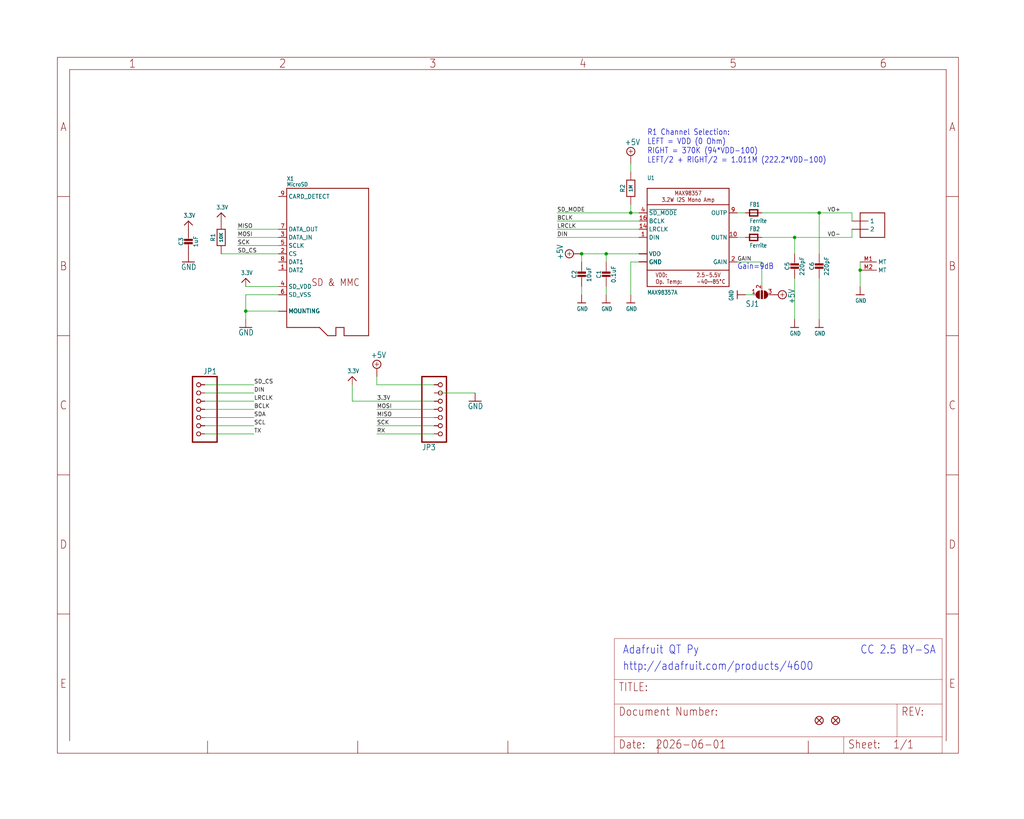
<source format=kicad_sch>
(kicad_sch (version 20230121) (generator eeschema)
  (paper "User" 317.5 254.127)
  (lib_symbols
    (symbol "working-eagle-import:+5V" (power)
      (property "Value" "+5V" (at -1.905 3.175 0))
      (symbol "+5V_1_0"
        (polyline (pts (xy -0.635 1.27) (xy 0.635 1.27)) (stroke (width 0.1524)))
        (polyline (pts (xy 0 0.635) (xy 0 1.905)) (stroke (width 0.1524)))
        (circle (center 0 1.27) (radius 1.27) (stroke (width 0.254)))
        (pin power_in line (at 0 -2.54 90) (length 2.54) (name "+5V") (number "1"))
      )
    )
    (symbol "working-eagle-import:3.3V" (power)
      (property "Value" "3.3V" (at -1.524 1.016 0))
      (symbol "3.3V_1_0"
        (polyline (pts (xy -1.27 -1.27) (xy 0 0)) (stroke (width 0.254)))
        (polyline (pts (xy 0 0) (xy 1.27 -1.27)) (stroke (width 0.254)))
        (pin power_in line (at 0 -2.54 90) (length 2.54) (name "3.3V") (number "1"))
      )
    )
    (symbol "working-eagle-import:AUDIOAMP_MAX98357"
      (property "Reference" "U" (at -12.7 17.78 0))
      (symbol "AUDIOAMP_MAX98357_1_0"
        (polyline (pts (xy -12.7 -15.24) (xy 12.7 -15.24)) (stroke (width 0.254)))
        (polyline (pts (xy -12.7 -10.16) (xy -12.7 -15.24)) (stroke (width 0.254)))
        (polyline (pts (xy -12.7 -10.16) (xy -12.7 10.16)) (stroke (width 0.254)))
        (polyline (pts (xy -12.7 10.16) (xy -12.7 15.24)) (stroke (width 0.254)))
        (polyline (pts (xy -12.7 10.16) (xy 12.7 10.16)) (stroke (width 0.254)))
        (polyline (pts (xy -12.7 15.24) (xy 12.7 15.24)) (stroke (width 0.254)))
        (polyline (pts (xy 12.7 -15.24) (xy 12.7 -10.16)) (stroke (width 0.254)))
        (polyline (pts (xy 12.7 -10.16) (xy -12.7 -10.16)) (stroke (width 0.254)))
        (polyline (pts (xy 12.7 10.16) (xy 12.7 -10.16)) (stroke (width 0.254)))
        (polyline (pts (xy 12.7 15.24) (xy 12.7 10.16)) (stroke (width 0.254)))
        (text "2.5-5.5V\n-40~~85°C" (at 2.54 -12.7 0) (effects (font (size 1.27 1.0795)) (justify left)))
        (text "MAX98357\n3.2W I2S Mono Amp" (at 0 12.7 0) (effects (font (size 1.27 1.0795))))
        (text "VDD:\nOp. Temp:" (at -10.16 -12.7 0) (effects (font (size 1.27 1.0795)) (justify left)))
        (pin bidirectional line (at -15.24 0 0) (length 2.54) (name "DIN") (number "1"))
        (pin output line (at 15.24 0 180) (length 2.54) (name "OUTN") (number "10"))
        (pin power_in line (at -15.24 -7.62 0) (length 2.54) (name "GND") (number "11"))
        (pin bidirectional line (at -15.24 2.54 0) (length 2.54) (name "LRCLK") (number "14"))
        (pin power_in line (at -15.24 -7.62 0) (length 2.54) (name "GND") (number "15"))
        (pin bidirectional line (at -15.24 5.08 0) (length 2.54) (name "BCLK") (number "16"))
        (pin bidirectional line (at 15.24 -7.62 180) (length 2.54) (name "GAIN") (number "2"))
        (pin power_in line (at -15.24 -7.62 0) (length 2.54) (name "GND") (number "3"))
        (pin bidirectional line (at -15.24 7.62 0) (length 2.54) (name "~{SD_MODE}") (number "4"))
        (pin power_in line (at -15.24 -5.08 0) (length 2.54) (name "VDD") (number "7"))
        (pin power_in line (at -15.24 -5.08 0) (length 2.54) (name "VDD") (number "8"))
        (pin output line (at 15.24 7.62 180) (length 2.54) (name "OUTP") (number "9"))
        (pin power_in line (at -15.24 -7.62 0) (length 2.54) (name "GND") (number "THERMAL"))
      )
    )
    (symbol "working-eagle-import:CAP_CERAMIC0805-NOOUTLINE"
      (property "Reference" "C" (at -2.29 1.25 90))
      (symbol "CAP_CERAMIC0805-NOOUTLINE_1_0"
        (rectangle (start -1.27 0.508) (end 1.27 1.016) (fill (type outline)))
        (rectangle (start -1.27 1.524) (end 1.27 2.032) (fill (type outline)))
        (polyline (pts (xy 0 0.762) (xy 0 0)) (stroke (width 0.1524)))
        (polyline (pts (xy 0 2.54) (xy 0 1.778)) (stroke (width 0.1524)))
        (pin passive line (at 0 5.08 270) (length 2.54) (name "1") (number "1"))
        (pin passive line (at 0 -2.54 90) (length 2.54) (name "2") (number "2"))
      )
    )
    (symbol "working-eagle-import:CAP_CERAMIC_0402NO"
      (property "Reference" "C" (at -2.29 1.25 90))
      (symbol "CAP_CERAMIC_0402NO_1_0"
        (rectangle (start -1.27 0.508) (end 1.27 1.016) (fill (type outline)))
        (rectangle (start -1.27 1.524) (end 1.27 2.032) (fill (type outline)))
        (polyline (pts (xy 0 0.762) (xy 0 0)) (stroke (width 0.1524)))
        (polyline (pts (xy 0 2.54) (xy 0 1.778)) (stroke (width 0.1524)))
        (pin passive line (at 0 5.08 270) (length 2.54) (name "1") (number "1"))
        (pin passive line (at 0 -2.54 90) (length 2.54) (name "2") (number "2"))
      )
    )
    (symbol "working-eagle-import:CON_MOLEX_2P"
      (symbol "CON_MOLEX_2P_1_0"
        (polyline (pts (xy -2.54 -2.54) (xy 5.08 -2.54)) (stroke (width 0.254)))
        (polyline (pts (xy -2.54 5.08) (xy -2.54 -2.54)) (stroke (width 0.254)))
        (polyline (pts (xy 5.08 -2.54) (xy 5.08 5.08)) (stroke (width 0.254)))
        (polyline (pts (xy 5.08 5.08) (xy -2.54 5.08)) (stroke (width 0.254)))
        (pin passive line (at -5.08 2.54 0) (length 5.08) (name "1") (number "1"))
        (pin passive line (at -5.08 0 0) (length 5.08) (name "2") (number "2"))
      )
      (symbol "CON_MOLEX_2P_2_0"
        (pin bidirectional line (at 0 0 0) (length 5.08) (name "MT") (number "M1"))
      )
      (symbol "CON_MOLEX_2P_3_0"
        (pin bidirectional line (at 0 0 0) (length 5.08) (name "MT") (number "M2"))
      )
    )
    (symbol "working-eagle-import:FERRITE_0402"
      (property "Reference" "FB" (at -1.27 1.905 0))
      (symbol "FERRITE_0402_1_0"
        (polyline (pts (xy -1.27 -0.9525) (xy -1.27 0.9525)) (stroke (width 0.4064)))
        (polyline (pts (xy -1.27 0.9525) (xy 1.27 0.9525)) (stroke (width 0.4064)))
        (polyline (pts (xy 1.27 -0.9525) (xy -1.27 -0.9525)) (stroke (width 0.4064)))
        (polyline (pts (xy 1.27 0.9525) (xy 1.27 -0.9525)) (stroke (width 0.4064)))
        (pin passive line (at -2.54 0 0) (length 2.54) (name "P$1") (number "1"))
        (pin passive line (at 2.54 0 180) (length 2.54) (name "P$2") (number "2"))
      )
    )
    (symbol "working-eagle-import:FIDUCIAL_1MM"
      (symbol "FIDUCIAL_1MM_1_0"
        (polyline (pts (xy -0.762 0.762) (xy 0.762 -0.762)) (stroke (width 0.254)))
        (polyline (pts (xy 0.762 0.762) (xy -0.762 -0.762)) (stroke (width 0.254)))
        (circle (center 0 0) (radius 1.27) (stroke (width 0.254)))
      )
    )
    (symbol "working-eagle-import:FRAME_A_L"
      (symbol "FRAME_A_L_1_0"
        (polyline (pts (xy 0 43.18) (xy 3.81 43.18)))
        (polyline (pts (xy 0 86.36) (xy 3.81 86.36)))
        (polyline (pts (xy 0 129.54) (xy 3.81 129.54)))
        (polyline (pts (xy 0 172.72) (xy 3.81 172.72)))
        (polyline (pts (xy 3.81 3.81) (xy 3.81 212.09)))
        (polyline (pts (xy 46.5667 0) (xy 46.5667 3.81)))
        (polyline (pts (xy 93.1333 0) (xy 93.1333 3.81)))
        (polyline (pts (xy 139.7 0) (xy 139.7 3.81)))
        (polyline (pts (xy 186.2667 0) (xy 186.2667 3.81)))
        (polyline (pts (xy 232.8333 0) (xy 232.8333 3.81)))
        (polyline (pts (xy 275.59 3.81) (xy 275.59 212.09)))
        (polyline (pts (xy 275.59 43.18) (xy 279.4 43.18)))
        (polyline (pts (xy 275.59 86.36) (xy 279.4 86.36)))
        (polyline (pts (xy 275.59 129.54) (xy 279.4 129.54)))
        (polyline (pts (xy 275.59 172.72) (xy 279.4 172.72)))
        (polyline (pts (xy 275.59 212.09) (xy 3.81 212.09)))
        (polyline (pts (xy 0 0) (xy 279.4 0) (xy 279.4 215.9) (xy 0 215.9) (xy 0 0)))
        (text "1" (at 23.2833 213.995 0) (effects (font (size 2.54 2.286))))
        (text "2" (at 69.85 213.995 0) (effects (font (size 2.54 2.286))))
        (text "3" (at 116.4167 213.995 0) (effects (font (size 2.54 2.286))))
        (text "4" (at 162.9833 213.995 0) (effects (font (size 2.54 2.286))))
        (text "5" (at 209.55 213.995 0) (effects (font (size 2.54 2.286))))
        (text "6" (at 256.1167 213.995 0) (effects (font (size 2.54 2.286))))
        (text "A" (at 1.905 194.31 0) (effects (font (size 2.54 2.286))))
        (text "A" (at 277.495 194.31 0) (effects (font (size 2.54 2.286))))
        (text "B" (at 1.905 151.13 0) (effects (font (size 2.54 2.286))))
        (text "B" (at 277.495 151.13 0) (effects (font (size 2.54 2.286))))
        (text "C" (at 1.905 107.95 0) (effects (font (size 2.54 2.286))))
        (text "C" (at 277.495 107.95 0) (effects (font (size 2.54 2.286))))
        (text "D" (at 1.905 64.77 0) (effects (font (size 2.54 2.286))))
        (text "D" (at 277.495 64.77 0) (effects (font (size 2.54 2.286))))
        (text "E" (at 1.905 21.59 0) (effects (font (size 2.54 2.286))))
        (text "E" (at 277.495 21.59 0) (effects (font (size 2.54 2.286))))
      )
      (symbol "FRAME_A_L_2_0"
        (polyline (pts (xy 0 0) (xy 0 5.08)) (stroke (width 0.1016)))
        (polyline (pts (xy 0 0) (xy 71.12 0)) (stroke (width 0.1016)))
        (polyline (pts (xy 0 5.08) (xy 0 15.24)) (stroke (width 0.1016)))
        (polyline (pts (xy 0 5.08) (xy 71.12 5.08)) (stroke (width 0.1016)))
        (polyline (pts (xy 0 15.24) (xy 0 22.86)) (stroke (width 0.1016)))
        (polyline (pts (xy 0 22.86) (xy 0 35.56)) (stroke (width 0.1016)))
        (polyline (pts (xy 0 22.86) (xy 101.6 22.86)) (stroke (width 0.1016)))
        (polyline (pts (xy 71.12 0) (xy 101.6 0)) (stroke (width 0.1016)))
        (polyline (pts (xy 71.12 5.08) (xy 71.12 0)) (stroke (width 0.1016)))
        (polyline (pts (xy 71.12 5.08) (xy 87.63 5.08)) (stroke (width 0.1016)))
        (polyline (pts (xy 87.63 5.08) (xy 101.6 5.08)) (stroke (width 0.1016)))
        (polyline (pts (xy 87.63 15.24) (xy 0 15.24)) (stroke (width 0.1016)))
        (polyline (pts (xy 87.63 15.24) (xy 87.63 5.08)) (stroke (width 0.1016)))
        (polyline (pts (xy 101.6 5.08) (xy 101.6 0)) (stroke (width 0.1016)))
        (polyline (pts (xy 101.6 15.24) (xy 87.63 15.24)) (stroke (width 0.1016)))
        (polyline (pts (xy 101.6 15.24) (xy 101.6 5.08)) (stroke (width 0.1016)))
        (polyline (pts (xy 101.6 22.86) (xy 101.6 15.24)) (stroke (width 0.1016)))
        (polyline (pts (xy 101.6 35.56) (xy 0 35.56)) (stroke (width 0.1016)))
        (polyline (pts (xy 101.6 35.56) (xy 101.6 22.86)) (stroke (width 0.1016)))
        (text "${#}/${##}" (at 86.36 1.27 0) (effects (font (size 2.54 2.159)) (justify left bottom)))
        (text "${CURRENT_DATE}" (at 12.7 1.27 0) (effects (font (size 2.54 2.159)) (justify left bottom)))
        (text "${PROJECTNAME}" (at 17.78 19.05 0) (effects (font (size 2.54 2.159)) (justify left bottom)))
        (text "Date:" (at 1.27 1.27 0) (effects (font (size 2.54 2.159)) (justify left bottom)))
        (text "Document Number:" (at 1.27 11.43 0) (effects (font (size 2.54 2.159)) (justify left bottom)))
        (text "REV:" (at 88.9 11.43 0) (effects (font (size 2.54 2.159)) (justify left bottom)))
        (text "Sheet:" (at 72.39 1.27 0) (effects (font (size 2.54 2.159)) (justify left bottom)))
        (text "TITLE:" (at 1.27 19.05 0) (effects (font (size 2.54 2.159)) (justify left bottom)))
      )
    )
    (symbol "working-eagle-import:GND" (power)
      (property "Value" "GND" (at -2.54 -2.54 0))
      (symbol "GND_1_0"
        (polyline (pts (xy -1.905 0) (xy 1.905 0)) (stroke (width 0.254)))
        (pin power_in line (at 0 2.54 270) (length 2.54) (name "GND") (number "1"))
      )
    )
    (symbol "working-eagle-import:HEADER-1X7_CASTEL"
      (property "Reference" "JP" (at -6.35 10.795 0))
      (symbol "HEADER-1X7_CASTEL_1_0"
        (polyline (pts (xy -6.35 -10.16) (xy 1.27 -10.16)) (stroke (width 0.4064)))
        (polyline (pts (xy -6.35 10.16) (xy -6.35 -10.16)) (stroke (width 0.4064)))
        (polyline (pts (xy 1.27 -10.16) (xy 1.27 10.16)) (stroke (width 0.4064)))
        (polyline (pts (xy 1.27 10.16) (xy -6.35 10.16)) (stroke (width 0.4064)))
        (pin passive inverted (at -2.54 7.62 0) (length 2.54) (name "1") (number "1"))
        (pin passive inverted (at -2.54 7.62 0) (length 2.54) (name "1") (number "1C"))
        (pin passive inverted (at -2.54 5.08 0) (length 2.54) (name "2") (number "2"))
        (pin passive inverted (at -2.54 5.08 0) (length 2.54) (name "2") (number "2C"))
        (pin passive inverted (at -2.54 2.54 0) (length 2.54) (name "3") (number "3"))
        (pin passive inverted (at -2.54 2.54 0) (length 2.54) (name "3") (number "3C"))
        (pin passive inverted (at -2.54 0 0) (length 2.54) (name "4") (number "4"))
        (pin passive inverted (at -2.54 0 0) (length 2.54) (name "4") (number "4C"))
        (pin passive inverted (at -2.54 -2.54 0) (length 2.54) (name "5") (number "5"))
        (pin passive inverted (at -2.54 -2.54 0) (length 2.54) (name "5") (number "5C"))
        (pin passive inverted (at -2.54 -5.08 0) (length 2.54) (name "6") (number "6"))
        (pin passive inverted (at -2.54 -5.08 0) (length 2.54) (name "6") (number "6C"))
        (pin passive inverted (at -2.54 -7.62 0) (length 2.54) (name "7") (number "7"))
        (pin passive inverted (at -2.54 -7.62 0) (length 2.54) (name "7") (number "7C"))
      )
    )
    (symbol "working-eagle-import:MICROSD104031-0811"
      (property "Reference" "X" (at -12.7 22.606 0))
      (symbol "MICROSD104031-0811_1_0"
        (polyline (pts (xy -12.7 -22.86) (xy -2.54 -22.86)) (stroke (width 0.254)))
        (polyline (pts (xy -12.7 20.32) (xy -12.7 -22.86)) (stroke (width 0.254)))
        (polyline (pts (xy -2.54 -22.86) (xy 0 -25.4)) (stroke (width 0.254)))
        (polyline (pts (xy 0 -25.4) (xy 2.54 -25.4)) (stroke (width 0.254)))
        (polyline (pts (xy 2.54 -25.4) (xy 2.54 -22.86)) (stroke (width 0.254)))
        (polyline (pts (xy 2.54 -22.86) (xy 5.08 -22.86)) (stroke (width 0.254)))
        (polyline (pts (xy 5.08 -25.4) (xy 12.7 -25.4)) (stroke (width 0.254)))
        (polyline (pts (xy 5.08 -22.86) (xy 5.08 -25.4)) (stroke (width 0.254)))
        (polyline (pts (xy 12.7 -25.4) (xy 12.7 20.32)) (stroke (width 0.254)))
        (polyline (pts (xy 12.7 20.32) (xy -12.7 20.32)) (stroke (width 0.254)))
        (text "SD & MMC" (at -5.08 -10.16 0) (effects (font (size 2.1844 1.8567)) (justify left bottom)))
        (pin bidirectional line (at -15.24 -5.08 0) (length 2.54) (name "DAT2") (number "1"))
        (pin passive line (at -15.24 -17.78 0) (length 2.54) (name "MOUNTING") (number "10"))
        (pin input line (at -15.24 0 0) (length 2.54) (name "CS") (number "2"))
        (pin input line (at -15.24 5.08 0) (length 2.54) (name "DATA_IN") (number "3"))
        (pin power_in line (at -15.24 -10.16 0) (length 2.54) (name "SD_VDD") (number "4"))
        (pin input line (at -15.24 2.54 0) (length 2.54) (name "SCLK") (number "5"))
        (pin power_in line (at -15.24 -12.7 0) (length 2.54) (name "SD_VSS") (number "6"))
        (pin output line (at -15.24 7.62 0) (length 2.54) (name "DATA_OUT") (number "7"))
        (pin bidirectional line (at -15.24 -2.54 0) (length 2.54) (name "DAT1") (number "8"))
        (pin passive line (at -15.24 17.78 0) (length 2.54) (name "CARD_DETECT") (number "9"))
        (pin passive line (at -15.24 -17.78 0) (length 2.54) (name "MOUNTING") (number "G1"))
        (pin passive line (at -15.24 -17.78 0) (length 2.54) (name "MOUNTING") (number "G2"))
        (pin passive line (at -15.24 -17.78 0) (length 2.54) (name "MOUNTING") (number "G3"))
        (pin passive line (at -15.24 -17.78 0) (length 2.54) (name "MOUNTING") (number "G4"))
      )
    )
    (symbol "working-eagle-import:RESISTOR_0402NO"
      (property "Reference" "R" (at 0 2.54 0))
      (symbol "RESISTOR_0402NO_1_0"
        (polyline (pts (xy -2.54 -1.27) (xy -2.54 1.27)) (stroke (width 0.254)))
        (polyline (pts (xy -2.54 1.27) (xy 2.54 1.27)) (stroke (width 0.254)))
        (polyline (pts (xy 2.54 -1.27) (xy -2.54 -1.27)) (stroke (width 0.254)))
        (polyline (pts (xy 2.54 1.27) (xy 2.54 -1.27)) (stroke (width 0.254)))
        (pin passive line (at -5.08 0 0) (length 2.54) (name "1") (number "1"))
        (pin passive line (at 5.08 0 180) (length 2.54) (name "2") (number "2"))
      )
    )
    (symbol "working-eagle-import:SOLDERJUMPER_2WAY"
      (property "Reference" "SJ" (at -5.08 -3.81 0))
      (symbol "SOLDERJUMPER_2WAY_1_0"
        (arc (start -0.635 1.27) (mid -1.8995 0) (end -0.635 -1.27) (stroke (width 0.0001)) (fill (type outline)))
        (rectangle (start -0.254 -1.27) (end 0.254 1.27) (fill (type outline)))
        (polyline (pts (xy -2.54 0) (xy -1.651 0)) (stroke (width 0.1524)))
        (polyline (pts (xy 0 2.54) (xy 0 0.381)) (stroke (width 0.1524)))
        (polyline (pts (xy 2.54 0) (xy 1.651 0)) (stroke (width 0.1524)))
        (arc (start 0.635 -1.27) (mid 1.8995 0) (end 0.635 1.27) (stroke (width 0.0001)) (fill (type outline)))
        (pin passive line (at -2.54 0 0) (length 0) (name "1") (number "1"))
        (pin passive line (at 0 2.54 270) (length 0) (name "2") (number "2"))
        (pin passive line (at 2.54 0 180) (length 0) (name "3") (number "3"))
      )
    )
    (symbol "working-eagle-import:microbuilder_GND" (power)
      (property "Value" "microbuilder_GND" (at -1.524 -2.54 0))
      (symbol "microbuilder_GND_1_0"
        (polyline (pts (xy -1.27 0) (xy 1.27 0)) (stroke (width 0.254)))
        (pin power_in line (at 0 2.54 270) (length 2.54) (name "GND") (number "1"))
      )
    )
  )
  (junction (at 254 66.04))
  (junction (at 246.38 73.66))
  (junction (at 266.7 83.82))
  (junction (at 187.96 78.74))
  (junction (at 195.58 66.04))
  (junction (at 76.2 96.52))
  (junction (at 180.34 78.74))
  (wire (pts (xy 86.36 71.12) (xy 73.66 71.12)) (stroke (width 0.1524)))
  (wire (pts (xy 228.6 66.04) (xy 231.14 66.04)) (stroke (width 0.1524)))
  (wire (pts (xy 198.12 73.66) (xy 172.72 73.66)) (stroke (width 0.1524)))
  (wire (pts (xy 198.12 68.58) (xy 172.72 68.58)) (stroke (width 0.1524)))
  (wire (pts (xy 180.34 81.28) (xy 180.34 78.74)) (stroke (width 0.1524)))
  (wire (pts (xy 198.12 71.12) (xy 172.72 71.12)) (stroke (width 0.1524)))
  (wire (pts (xy 116.84 127) (xy 134.62 127)) (stroke (width 0.1524)))
  (wire (pts (xy 266.7 83.82) (xy 266.7 88.9)) (stroke (width 0.1524)))
  (wire (pts (xy 264.16 66.04) (xy 264.16 68.58)) (stroke (width 0.1524)))
  (wire (pts (xy 116.84 132.08) (xy 134.62 132.08)) (stroke (width 0.1524)))
  (wire (pts (xy 63.5 132.08) (xy 78.74 132.08)) (stroke (width 0.1524)))
  (wire (pts (xy 86.36 88.9) (xy 76.2 88.9)) (stroke (width 0.1524)))
  (wire (pts (xy 86.36 76.2) (xy 73.66 76.2)) (stroke (width 0.1524)))
  (wire (pts (xy 63.5 127) (xy 78.74 127)) (stroke (width 0.1524)))
  (wire (pts (xy 109.22 124.46) (xy 109.22 119.38)) (stroke (width 0.1524)))
  (wire (pts (xy 254 66.04) (xy 264.16 66.04)) (stroke (width 0.1524)))
  (wire (pts (xy 76.2 96.52) (xy 86.36 96.52)) (stroke (width 0.1524)))
  (wire (pts (xy 246.38 73.66) (xy 246.38 78.74)) (stroke (width 0.1524)))
  (wire (pts (xy 228.6 73.66) (xy 231.14 73.66)) (stroke (width 0.1524)))
  (wire (pts (xy 246.38 73.66) (xy 264.16 73.66)) (stroke (width 0.1524)))
  (wire (pts (xy 134.62 119.38) (xy 116.84 119.38)) (stroke (width 0.1524)))
  (wire (pts (xy 236.22 73.66) (xy 246.38 73.66)) (stroke (width 0.1524)))
  (wire (pts (xy 63.5 119.38) (xy 78.74 119.38)) (stroke (width 0.1524)))
  (wire (pts (xy 195.58 53.34) (xy 195.58 50.8)) (stroke (width 0.1524)))
  (wire (pts (xy 195.58 66.04) (xy 195.58 63.5)) (stroke (width 0.1524)))
  (wire (pts (xy 134.62 134.62) (xy 116.84 134.62)) (stroke (width 0.1524)))
  (wire (pts (xy 76.2 91.44) (xy 76.2 96.52)) (stroke (width 0.1524)))
  (wire (pts (xy 78.74 124.46) (xy 63.5 124.46)) (stroke (width 0.1524)))
  (wire (pts (xy 198.12 66.04) (xy 195.58 66.04)) (stroke (width 0.1524)))
  (wire (pts (xy 195.58 81.28) (xy 195.58 91.44)) (stroke (width 0.1524)))
  (wire (pts (xy 78.74 129.54) (xy 63.5 129.54)) (stroke (width 0.1524)))
  (wire (pts (xy 266.7 81.28) (xy 266.7 83.82)) (stroke (width 0.1524)))
  (wire (pts (xy 187.96 88.9) (xy 187.96 91.44)) (stroke (width 0.1524)))
  (wire (pts (xy 134.62 124.46) (xy 109.22 124.46)) (stroke (width 0.1524)))
  (wire (pts (xy 76.2 96.52) (xy 76.2 99.06)) (stroke (width 0.1524)))
  (wire (pts (xy 246.38 86.36) (xy 246.38 99.06)) (stroke (width 0.1524)))
  (wire (pts (xy 236.22 81.28) (xy 236.22 88.9)) (stroke (width 0.1524)))
  (wire (pts (xy 264.16 73.66) (xy 264.16 71.12)) (stroke (width 0.1524)))
  (wire (pts (xy 228.6 81.28) (xy 236.22 81.28)) (stroke (width 0.1524)))
  (wire (pts (xy 231.14 91.44) (xy 233.68 91.44)) (stroke (width 0.1524)))
  (wire (pts (xy 63.5 121.92) (xy 78.74 121.92)) (stroke (width 0.1524)))
  (wire (pts (xy 254 66.04) (xy 254 78.74)) (stroke (width 0.1524)))
  (wire (pts (xy 236.22 66.04) (xy 254 66.04)) (stroke (width 0.1524)))
  (wire (pts (xy 187.96 78.74) (xy 180.34 78.74)) (stroke (width 0.1524)))
  (wire (pts (xy 180.34 88.9) (xy 180.34 91.44)) (stroke (width 0.1524)))
  (wire (pts (xy 134.62 129.54) (xy 116.84 129.54)) (stroke (width 0.1524)))
  (wire (pts (xy 86.36 91.44) (xy 76.2 91.44)) (stroke (width 0.1524)))
  (wire (pts (xy 254 86.36) (xy 254 99.06)) (stroke (width 0.1524)))
  (wire (pts (xy 195.58 66.04) (xy 172.72 66.04)) (stroke (width 0.1524)))
  (wire (pts (xy 198.12 81.28) (xy 195.58 81.28)) (stroke (width 0.1524)))
  (wire (pts (xy 68.58 78.74) (xy 86.36 78.74)) (stroke (width 0.1524)))
  (wire (pts (xy 78.74 134.62) (xy 63.5 134.62)) (stroke (width 0.1524)))
  (wire (pts (xy 198.12 78.74) (xy 187.96 78.74)) (stroke (width 0.1524)))
  (wire (pts (xy 73.66 73.66) (xy 86.36 73.66)) (stroke (width 0.1524)))
  (wire (pts (xy 134.62 121.92) (xy 147.32 121.92)) (stroke (width 0.1524)))
  (wire (pts (xy 116.84 119.38) (xy 116.84 116.84)) (stroke (width 0.1524)))
  (wire (pts (xy 187.96 81.28) (xy 187.96 78.74)) (stroke (width 0.1524)))
  (text "http://adafruit.com/products/4600" (at 193.04 208.28 0) (effects (font (size 2.54 2.159)) (justify left bottom)))
  (text "CC 2.5 BY-SA" (at 266.7 203.2 0) (effects (font (size 2.54 2.159)) (justify left bottom)))
  (text "R1 Channel Selection:\nLEFT = VDD (0 Ohm)\nRIGHT = 370K (94*VDD-100)\nLEFT/2 + RIGHT/2 = 1.011M (222.2*VDD-100)" (at 200.66 50.8 0) (effects (font (size 1.778 1.5113)) (justify left bottom)))
  (text "Adafruit QT Py" (at 193.04 203.2 0) (effects (font (size 2.54 2.159)) (justify left bottom)))
  (text "Gain=9dB" (at 228.6 83.82 0) (effects (font (size 1.778 1.5113)) (justify left bottom)))
  (label "BCLK" (at 172.72 68.58 0) (effects (font (size 1.2446 1.2446))))
  (label "SDA" (at 78.74 129.54 0) (effects (font (size 1.2446 1.2446))))
  (label "SCK" (at 73.66 76.2 0) (effects (font (size 1.2446 1.2446))))
  (label "MOSI" (at 73.66 73.66 0) (effects (font (size 1.2446 1.2446))))
  (label "BCLK" (at 78.74 127 0) (effects (font (size 1.2446 1.2446))))
  (label "3.3V" (at 116.84 124.46 0) (effects (font (size 1.2446 1.2446))))
  (label "DIN" (at 172.72 73.66 0) (effects (font (size 1.2446 1.2446))))
  (label "SD_CS" (at 78.74 119.38 0) (effects (font (size 1.2446 1.2446))))
  (label "SD_MODE" (at 172.72 66.04 0) (effects (font (size 1.2446 1.2446))))
  (label "LRCLK" (at 172.72 71.12 0) (effects (font (size 1.2446 1.2446))))
  (label "DIN" (at 78.74 121.92 0) (effects (font (size 1.2446 1.2446))))
  (label "RX" (at 116.84 134.62 0) (effects (font (size 1.2446 1.2446))))
  (label "SD_CS" (at 73.66 78.74 0) (effects (font (size 1.2446 1.2446))))
  (label "GAIN" (at 228.6 81.28 0) (effects (font (size 1.2446 1.2446))))
  (label "SCL" (at 78.74 132.08 0) (effects (font (size 1.2446 1.2446))))
  (label "VO+" (at 256.54 66.04 0) (effects (font (size 1.2446 1.2446))))
  (label "MISO" (at 73.66 71.12 0) (effects (font (size 1.2446 1.2446))))
  (label "MOSI" (at 116.84 127 0) (effects (font (size 1.2446 1.2446))))
  (label "TX" (at 78.74 134.62 0) (effects (font (size 1.2446 1.2446))))
  (label "SCK" (at 116.84 132.08 0) (effects (font (size 1.2446 1.2446))))
  (label "MISO" (at 116.84 129.54 0) (effects (font (size 1.2446 1.2446))))
  (label "LRCLK" (at 78.74 124.46 0) (effects (font (size 1.2446 1.2446))))
  (label "VO-" (at 256.54 73.66 0) (effects (font (size 1.2446 1.2446))))
  (symbol (lib_id "working-eagle-import:microbuilder_GND") (at 254 101.6 0) (unit 1)
    (property "Reference" "#U$13" (effects hide))
    (property "Value" "GND" (at 252.476 104.14 0) (effects (font (size 1.27 1.0795)) (justify left bottom)))
  )
  (symbol (lib_id "working-eagle-import:3.3V") (at 58.42 68.58 0) (unit 1)
    (property "Reference" "#U$2" (effects hide))
    (property "Value" "3.3V" (at 56.896 67.564 0) (effects (font (size 1.27 1.0795)) (justify left bottom)))
  )
  (symbol (lib_id "working-eagle-import:CAP_CERAMIC_0402NO") (at 246.38 83.82 0) (unit 1)
    (property "Reference" "C5" (at 244.09 82.57 90))
    (property "Value" "220pF" (at 248.68 82.57 90))
    (property "Footprint" "working:_0402NO" (effects hide))
  )
  (symbol (lib_id "working-eagle-import:microbuilder_GND") (at 228.6 91.44 270) (unit 1)
    (property "Reference" "#U$15" (effects hide))
    (property "Value" "GND" (at 226.06 89.916 0) (effects (font (size 1.27 1.0795)) (justify left bottom)))
  )
  (symbol (lib_id "working-eagle-import:FERRITE_0402") (at 233.68 73.66 0) (unit 1)
    (property "Reference" "FB2" (at 232.41 71.755 0) (effects (font (size 1.27 1.0795)) (justify left bottom)))
    (property "Value" "Ferrite" (at 232.41 76.835 0) (effects (font (size 1.27 1.0795)) (justify left bottom)))
    (property "Footprint" "working:_0402" (effects hide))
  )
  (symbol (lib_id "working-eagle-import:CAP_CERAMIC0805-NOOUTLINE") (at 180.34 86.36 0) (unit 1)
    (property "Reference" "C2" (at 178.05 85.11 90))
    (property "Value" "10uF" (at 182.64 85.11 90))
    (property "Footprint" "working:0805-NO" (effects hide))
  )
  (symbol (lib_id "working-eagle-import:3.3V") (at 76.2 86.36 0) (unit 1)
    (property "Reference" "#U$1" (effects hide))
    (property "Value" "3.3V" (at 74.676 85.344 0) (effects (font (size 1.27 1.0795)) (justify left bottom)))
  )
  (symbol (lib_id "working-eagle-import:SOLDERJUMPER_2WAY") (at 236.22 91.44 0) (unit 1)
    (property "Reference" "SJ1" (at 231.14 95.25 0) (effects (font (size 1.778 1.5113)) (justify left bottom)))
    (property "Value" "SOLDERJUMPER_2WAY" (effects hide))
    (property "Footprint" "working:SOLDERJUMPER_2WAY_OPEN_NOPASTE" (effects hide))
  )
  (symbol (lib_id "working-eagle-import:GND") (at 76.2 101.6 0) (mirror y) (unit 1)
    (property "Reference" "#GND1" (effects hide))
    (property "Value" "GND" (at 78.74 104.14 0) (effects (font (size 1.778 1.5113)) (justify left bottom)))
  )
  (symbol (lib_id "working-eagle-import:RESISTOR_0402NO") (at 195.58 58.42 90) (unit 1)
    (property "Reference" "R2" (at 193.04 58.42 0))
    (property "Value" "1M" (at 195.58 58.42 0) (effects (font (size 1.016 1.016) bold)))
    (property "Footprint" "working:_0402NO" (effects hide))
  )
  (symbol (lib_id "working-eagle-import:AUDIOAMP_MAX98357") (at 213.36 73.66 0) (unit 1)
    (property "Reference" "U1" (at 200.66 55.88 0) (effects (font (size 1.27 1.0795)) (justify left bottom)))
    (property "Value" "MAX98357A" (at 200.66 91.44 0) (effects (font (size 1.27 1.0795)) (justify left bottom)))
    (property "Footprint" "working:QFN16_3MM" (effects hide))
  )
  (symbol (lib_id "working-eagle-import:HEADER-1X7_CASTEL") (at 137.16 127 0) (mirror x) (unit 1)
    (property "Reference" "JP3" (at 130.81 137.795 0) (effects (font (size 1.778 1.5113)) (justify left bottom)))
    (property "Value" "HEADER-1X7_CASTEL" (effects hide))
    (property "Footprint" "working:1X07_CASTEL" (effects hide))
  )
  (symbol (lib_id "working-eagle-import:RESISTOR_0402NO") (at 68.58 73.66 90) (unit 1)
    (property "Reference" "R1" (at 66.04 73.66 0))
    (property "Value" "10K" (at 68.58 73.66 0) (effects (font (size 1.016 1.016) bold)))
    (property "Footprint" "working:_0402NO" (effects hide))
  )
  (symbol (lib_id "working-eagle-import:CON_MOLEX_2P") (at 266.7 83.82 0) (unit 3)
    (property "Reference" "U$12" (effects hide))
    (property "Value" "CON_MOLEX_2P" (effects hide))
    (property "Footprint" "working:53398-0271" (effects hide))
  )
  (symbol (lib_id "working-eagle-import:CON_MOLEX_2P") (at 269.24 71.12 0) (unit 1)
    (property "Reference" "U$12" (effects hide))
    (property "Value" "CON_MOLEX_2P" (effects hide))
    (property "Footprint" "working:53398-0271" (effects hide))
  )
  (symbol (lib_id "working-eagle-import:MICROSD104031-0811") (at 101.6 78.74 0) (unit 1)
    (property "Reference" "X1" (at 88.9 56.134 0) (effects (font (size 1.27 1.0795)) (justify left bottom)))
    (property "Value" "MicroSD" (at 88.9 57.912 0) (effects (font (size 1.27 1.0795)) (justify left bottom)))
    (property "Footprint" "working:MOLEX_104031-0811" (effects hide))
  )
  (symbol (lib_id "working-eagle-import:+5V") (at 241.3 91.44 270) (unit 1)
    (property "Reference" "#SUPPLY4" (effects hide))
    (property "Value" "+5V" (at 244.475 89.535 0) (effects (font (size 1.778 1.5113)) (justify left bottom)))
  )
  (symbol (lib_id "working-eagle-import:microbuilder_GND") (at 266.7 91.44 0) (unit 1)
    (property "Reference" "#U$14" (effects hide))
    (property "Value" "GND" (at 265.176 93.98 0) (effects (font (size 1.27 1.0795)) (justify left bottom)))
  )
  (symbol (lib_id "working-eagle-import:+5V") (at 116.84 114.3 0) (unit 1)
    (property "Reference" "#SUPPLY3" (effects hide))
    (property "Value" "+5V" (at 114.935 111.125 0) (effects (font (size 1.778 1.5113)) (justify left bottom)))
  )
  (symbol (lib_id "working-eagle-import:+5V") (at 177.8 78.74 90) (unit 1)
    (property "Reference" "#SUPPLY2" (effects hide))
    (property "Value" "+5V" (at 174.625 80.645 0) (effects (font (size 1.778 1.5113)) (justify left bottom)))
  )
  (symbol (lib_id "working-eagle-import:3.3V") (at 68.58 66.04 0) (unit 1)
    (property "Reference" "#U$5" (effects hide))
    (property "Value" "3.3V" (at 67.056 65.024 0) (effects (font (size 1.27 1.0795)) (justify left bottom)))
  )
  (symbol (lib_id "working-eagle-import:FIDUCIAL_1MM") (at 254 223.52 0) (unit 1)
    (property "Reference" "U$8" (effects hide))
    (property "Value" "FIDUCIAL_1MM" (effects hide))
    (property "Footprint" "working:FIDUCIAL_1MM" (effects hide))
  )
  (symbol (lib_id "working-eagle-import:HEADER-1X7_CASTEL") (at 60.96 127 0) (mirror y) (unit 1)
    (property "Reference" "JP1" (at 67.31 116.205 0) (effects (font (size 1.778 1.5113)) (justify left bottom)))
    (property "Value" "HEADER-1X7_CASTEL" (effects hide))
    (property "Footprint" "working:1X07_CASTEL" (effects hide))
  )
  (symbol (lib_id "working-eagle-import:GND") (at 147.32 124.46 0) (mirror y) (unit 1)
    (property "Reference" "#GND2" (effects hide))
    (property "Value" "GND" (at 149.86 127 0) (effects (font (size 1.778 1.5113)) (justify left bottom)))
  )
  (symbol (lib_id "working-eagle-import:FRAME_A_L") (at 190.5 233.68 0) (unit 2)
    (property "Reference" "#FRAME1" (effects hide))
    (property "Value" "FRAME_A_L" (effects hide))
  )
  (symbol (lib_id "working-eagle-import:FRAME_A_L") (at 17.78 233.68 0) (unit 1)
    (property "Reference" "#FRAME1" (effects hide))
    (property "Value" "FRAME_A_L" (effects hide))
  )
  (symbol (lib_id "working-eagle-import:CON_MOLEX_2P") (at 266.7 81.28 0) (unit 2)
    (property "Reference" "U$12" (effects hide))
    (property "Value" "CON_MOLEX_2P" (effects hide))
    (property "Footprint" "working:53398-0271" (effects hide))
  )
  (symbol (lib_id "working-eagle-import:CAP_CERAMIC_0402NO") (at 187.96 86.36 0) (unit 1)
    (property "Reference" "C1" (at 185.67 85.11 90))
    (property "Value" "0.1uF" (at 190.26 85.11 90))
    (property "Footprint" "working:_0402NO" (effects hide))
  )
  (symbol (lib_id "working-eagle-import:GND") (at 58.42 81.28 0) (mirror y) (unit 1)
    (property "Reference" "#GND3" (effects hide))
    (property "Value" "GND" (at 60.96 83.82 0) (effects (font (size 1.778 1.5113)) (justify left bottom)))
  )
  (symbol (lib_id "working-eagle-import:microbuilder_GND") (at 195.58 93.98 0) (unit 1)
    (property "Reference" "#U$7" (effects hide))
    (property "Value" "GND" (at 194.056 96.52 0) (effects (font (size 1.27 1.0795)) (justify left bottom)))
  )
  (symbol (lib_id "working-eagle-import:CAP_CERAMIC_0402NO") (at 254 83.82 0) (unit 1)
    (property "Reference" "C6" (at 251.71 82.57 90))
    (property "Value" "220pF" (at 256.3 82.57 90))
    (property "Footprint" "working:_0402NO" (effects hide))
  )
  (symbol (lib_id "working-eagle-import:microbuilder_GND") (at 180.34 93.98 0) (unit 1)
    (property "Reference" "#U$10" (effects hide))
    (property "Value" "GND" (at 178.816 96.52 0) (effects (font (size 1.27 1.0795)) (justify left bottom)))
  )
  (symbol (lib_id "working-eagle-import:microbuilder_GND") (at 187.96 93.98 0) (unit 1)
    (property "Reference" "#U$9" (effects hide))
    (property "Value" "GND" (at 186.436 96.52 0) (effects (font (size 1.27 1.0795)) (justify left bottom)))
  )
  (symbol (lib_id "working-eagle-import:FERRITE_0402") (at 233.68 66.04 0) (unit 1)
    (property "Reference" "FB1" (at 232.41 64.135 0) (effects (font (size 1.27 1.0795)) (justify left bottom)))
    (property "Value" "Ferrite" (at 232.41 69.215 0) (effects (font (size 1.27 1.0795)) (justify left bottom)))
    (property "Footprint" "working:_0402" (effects hide))
  )
  (symbol (lib_id "working-eagle-import:+5V") (at 195.58 48.26 0) (unit 1)
    (property "Reference" "#SUPPLY1" (effects hide))
    (property "Value" "+5V" (at 193.675 45.085 0) (effects (font (size 1.778 1.5113)) (justify left bottom)))
  )
  (symbol (lib_id "working-eagle-import:microbuilder_GND") (at 246.38 101.6 0) (unit 1)
    (property "Reference" "#U$11" (effects hide))
    (property "Value" "GND" (at 244.856 104.14 0) (effects (font (size 1.27 1.0795)) (justify left bottom)))
  )
  (symbol (lib_id "working-eagle-import:CAP_CERAMIC_0402NO") (at 58.42 76.2 0) (unit 1)
    (property "Reference" "C3" (at 56.13 74.95 90))
    (property "Value" "1uF" (at 60.72 74.95 90))
    (property "Footprint" "working:_0402NO" (effects hide))
  )
  (symbol (lib_id "working-eagle-import:3.3V") (at 109.22 116.84 0) (unit 1)
    (property "Reference" "#U$4" (effects hide))
    (property "Value" "3.3V" (at 107.696 115.824 0) (effects (font (size 1.27 1.0795)) (justify left bottom)))
  )
  (symbol (lib_id "working-eagle-import:FIDUCIAL_1MM") (at 259.08 223.52 0) (unit 1)
    (property "Reference" "U$6" (effects hide))
    (property "Value" "FIDUCIAL_1MM" (effects hide))
    (property "Footprint" "working:FIDUCIAL_1MM" (effects hide))
  )
)
</source>
